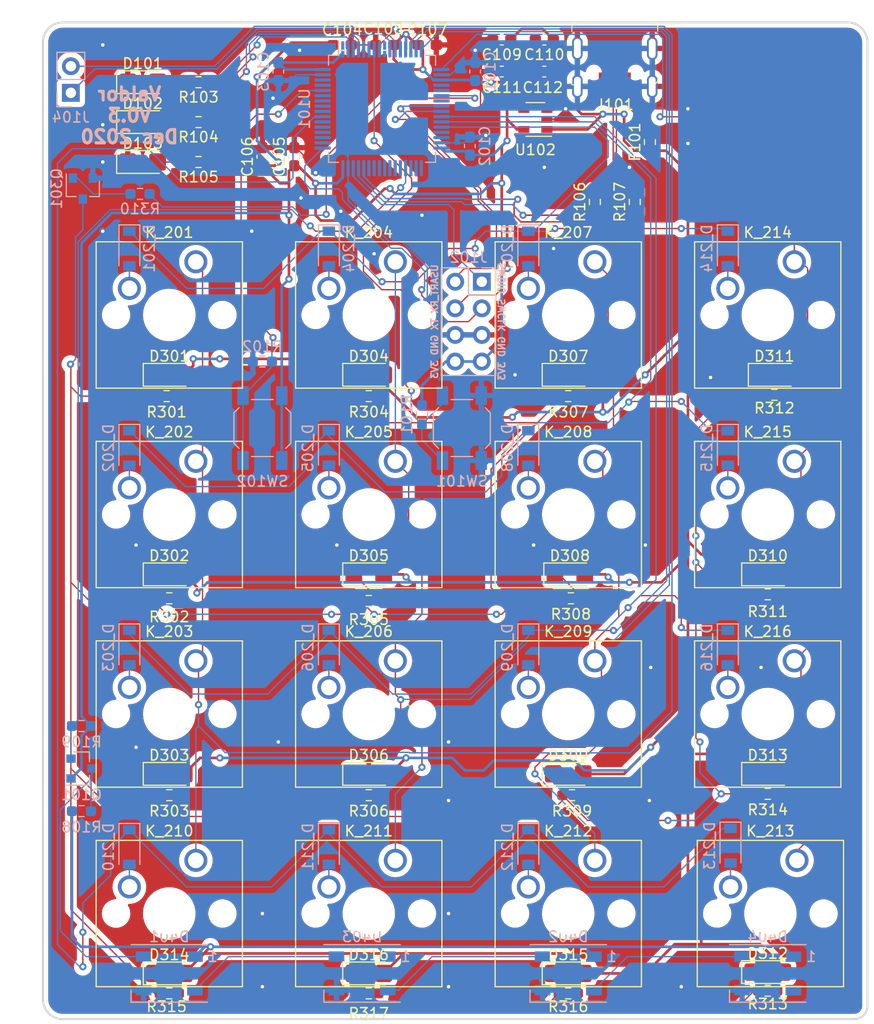
<source format=kicad_pcb>
(kicad_pcb (version 20211014) (generator pcbnew)

  (general
    (thickness 1.6)
  )

  (paper "A4")
  (layers
    (0 "F.Cu" signal)
    (31 "B.Cu" signal)
    (32 "B.Adhes" user "B.Adhesive")
    (33 "F.Adhes" user "F.Adhesive")
    (34 "B.Paste" user)
    (35 "F.Paste" user)
    (36 "B.SilkS" user "B.Silkscreen")
    (37 "F.SilkS" user "F.Silkscreen")
    (38 "B.Mask" user)
    (39 "F.Mask" user)
    (40 "Dwgs.User" user "User.Drawings")
    (41 "Cmts.User" user "User.Comments")
    (42 "Eco1.User" user "User.Eco1")
    (43 "Eco2.User" user "User.Eco2")
    (44 "Edge.Cuts" user)
    (45 "Margin" user)
    (46 "B.CrtYd" user "B.Courtyard")
    (47 "F.CrtYd" user "F.Courtyard")
    (48 "B.Fab" user)
    (49 "F.Fab" user)
  )

  (setup
    (stackup
      (layer "F.SilkS" (type "Top Silk Screen"))
      (layer "F.Paste" (type "Top Solder Paste"))
      (layer "F.Mask" (type "Top Solder Mask") (color "Green") (thickness 0.01))
      (layer "F.Cu" (type "copper") (thickness 0.035))
      (layer "dielectric 1" (type "core") (thickness 1.51) (material "FR4") (epsilon_r 4.5) (loss_tangent 0.02))
      (layer "B.Cu" (type "copper") (thickness 0.035))
      (layer "B.Mask" (type "Bottom Solder Mask") (color "Green") (thickness 0.01))
      (layer "B.Paste" (type "Bottom Solder Paste"))
      (layer "B.SilkS" (type "Bottom Silk Screen"))
      (copper_finish "None")
      (dielectric_constraints no)
    )
    (pad_to_mask_clearance 0)
    (grid_origin 71.75 40)
    (pcbplotparams
      (layerselection 0x00010f0_ffffffff)
      (disableapertmacros false)
      (usegerberextensions true)
      (usegerberattributes true)
      (usegerberadvancedattributes false)
      (creategerberjobfile false)
      (svguseinch false)
      (svgprecision 6)
      (excludeedgelayer true)
      (plotframeref false)
      (viasonmask false)
      (mode 1)
      (useauxorigin true)
      (hpglpennumber 1)
      (hpglpenspeed 20)
      (hpglpendiameter 15.000000)
      (dxfpolygonmode true)
      (dxfimperialunits true)
      (dxfusepcbnewfont true)
      (psnegative false)
      (psa4output false)
      (plotreference true)
      (plotvalue true)
      (plotinvisibletext false)
      (sketchpadsonfab false)
      (subtractmaskfromsilk false)
      (outputformat 1)
      (mirror false)
      (drillshape 0)
      (scaleselection 1)
      (outputdirectory "gerbers2/")
    )
  )

  (net 0 "")
  (net 1 "/row0")
  (net 2 "/row1")
  (net 3 "/col1")
  (net 4 "/col0")
  (net 5 "GND")
  (net 6 "+3V3")
  (net 7 "+5V")
  (net 8 "Net-(D101-Pad2)")
  (net 9 "/D-")
  (net 10 "/D+")
  (net 11 "/Du-")
  (net 12 "/Du+")
  (net 13 "Net-(D102-Pad2)")
  (net 14 "Net-(D103-Pad2)")
  (net 15 "Net-(D301-Pad1)")
  (net 16 "Net-(D302-Pad1)")
  (net 17 "Net-(D303-Pad1)")
  (net 18 "Net-(D304-Pad1)")
  (net 19 "Net-(D305-Pad1)")
  (net 20 "Net-(D306-Pad1)")
  (net 21 "Net-(D307-Pad1)")
  (net 22 "Net-(D308-Pad1)")
  (net 23 "Net-(D309-Pad1)")
  (net 24 "Net-(D401-Pad2)")
  (net 25 "Net-(D402-Pad2)")
  (net 26 "/LED")
  (net 27 "Net-(D402-Pad4)")
  (net 28 "Net-(D_201-Pad2)")
  (net 29 "Net-(D_202-Pad2)")
  (net 30 "Net-(D_203-Pad2)")
  (net 31 "Net-(D_204-Pad2)")
  (net 32 "Net-(D_205-Pad2)")
  (net 33 "Net-(D_206-Pad2)")
  (net 34 "Net-(D_207-Pad2)")
  (net 35 "Net-(D_208-Pad2)")
  (net 36 "Net-(D_209-Pad2)")
  (net 37 "/SWCLK")
  (net 38 "/SWDIO")
  (net 39 "/USART_TX")
  (net 40 "/USART_RX")
  (net 41 "/SPI2_MOSI")
  (net 42 "/SPI2_MISO")
  (net 43 "Net-(Q301-Pad3)")
  (net 44 "Net-(Q301-Pad1)")
  (net 45 "/RGB_5V")
  (net 46 "/RGB_3V3")
  (net 47 "Net-(R103-Pad1)")
  (net 48 "Net-(R104-Pad1)")
  (net 49 "Net-(R105-Pad1)")
  (net 50 "Net-(D310-Pad1)")
  (net 51 "/col2")
  (net 52 "/NRST")
  (net 53 "/BOOT0")
  (net 54 "/row2")
  (net 55 "Net-(D311-Pad1)")
  (net 56 "Net-(D312-Pad1)")
  (net 57 "Net-(D313-Pad1)")
  (net 58 "Net-(D314-Pad1)")
  (net 59 "Net-(D315-Pad1)")
  (net 60 "Net-(D316-Pad1)")
  (net 61 "Net-(D_210-Pad2)")
  (net 62 "/row3")
  (net 63 "Net-(D_211-Pad2)")
  (net 64 "Net-(D_212-Pad2)")
  (net 65 "Net-(D_213-Pad2)")
  (net 66 "Net-(D_214-Pad2)")
  (net 67 "Net-(D_215-Pad2)")
  (net 68 "Net-(D_216-Pad2)")
  (net 69 "Net-(F101-Pad2)")
  (net 70 "/col3")

  (footprint "personal-footprints:USB_Micro_B_Female_BI0001715" (layer "F.Cu") (at 95.245 103.5 180))

  (footprint "Resistor_SMD:R_0603_1608Metric_Pad0.98x0.95mm_HandSolder" (layer "F.Cu") (at 52.446 133.472))

  (footprint "LED_SMD:LED_1206_3216Metric_Castellated" (layer "F.Cu") (at 52.7 131.44))

  (footprint "Resistor_SMD:R_0603_1608Metric_Pad0.98x0.95mm_HandSolder" (layer "F.Cu") (at 52.7 152.776))

  (footprint "Button_Switch_Keyboard:SW_Cherry_MX_1.00u_PCB" (layer "F.Cu") (at 55.24 120.645))

  (footprint "Button_Switch_Keyboard:SW_Cherry_MX_1.00u_PCB" (layer "F.Cu") (at 74.29 120.645))

  (footprint "Button_Switch_Keyboard:SW_Cherry_MX_1.00u_PCB" (layer "F.Cu") (at 93.34 120.645))

  (footprint "Button_Switch_Keyboard:SW_Cherry_MX_1.00u_PCB" (layer "F.Cu") (at 55.24 139.695))

  (footprint "Button_Switch_Keyboard:SW_Cherry_MX_1.00u_PCB" (layer "F.Cu") (at 74.29 139.695))

  (footprint "Button_Switch_Keyboard:SW_Cherry_MX_1.00u_PCB" (layer "F.Cu") (at 93.34 139.695))

  (footprint "Button_Switch_Keyboard:SW_Cherry_MX_1.00u_PCB" (layer "F.Cu") (at 55.24 158.745))

  (footprint "Button_Switch_Keyboard:SW_Cherry_MX_1.00u_PCB" (layer "F.Cu") (at 74.29 158.745))

  (footprint "Button_Switch_Keyboard:SW_Cherry_MX_1.00u_PCB" (layer "F.Cu") (at 93.34 158.745))

  (footprint "Capacitor_SMD:C_0603_1608Metric_Pad1.08x0.95mm_HandSolder" (layer "F.Cu") (at 69.21 99.944))

  (footprint "LED_SMD:LED_1206_3216Metric_Castellated" (layer "F.Cu") (at 52.7 188.59))

  (footprint "Button_Switch_Keyboard:SW_Cherry_MX_1.00u_PCB" (layer "F.Cu") (at 112.39 139.695))

  (footprint "Resistor_SMD:R_0603_1608Metric_Pad0.98x0.95mm_HandSolder" (layer "F.Cu") (at 55.494 107.31 180))

  (footprint "Resistor_SMD:R_0603_1608Metric_Pad0.98x0.95mm_HandSolder" (layer "F.Cu") (at 90.8 133.472))

  (footprint "LED_SMD:LED_1206_3216Metric_Castellated" (layer "F.Cu") (at 71.75 131.44))

  (footprint "Button_Switch_Keyboard:SW_Cherry_MX_1.00u_PCB" (layer "F.Cu") (at 112.644 177.795))

  (footprint "LED_SMD:LED_1206_3216Metric_Castellated" (layer "F.Cu") (at 50.16 111.12))

  (footprint "LED_SMD:LED_1206_3216Metric_Castellated" (layer "F.Cu") (at 71.75 169.54))

  (footprint "Capacitor_SMD:C_0603_1608Metric_Pad1.08x0.95mm_HandSolder" (layer "F.Cu") (at 88.514 99.436 180))

  (footprint "Package_TO_SOT_SMD:SOT-23-5" (layer "F.Cu") (at 87.659202 107.056 180))

  (footprint "Resistor_SMD:R_0603_1608Metric_Pad0.98x0.95mm_HandSolder" (layer "F.Cu") (at 91.1575 171.572))

  (footprint "Button_Switch_Keyboard:SW_Cherry_MX_1.00u_PCB" (layer "F.Cu") (at 112.39 158.745))

  (footprint "Resistor_SMD:R_0603_1608Metric_Pad0.98x0.95mm_HandSolder" (layer "F.Cu") (at 55.494 103.5 180))

  (footprint "LED_SMD:LED_1206_3216Metric_Castellated" (layer "F.Cu") (at 109.85 169.54))

  (footprint "Resistor_SMD:R_0603_1608Metric_Pad0.98x0.95mm_HandSolder" (layer "F.Cu") (at 52.7 171.572))

  (footprint "Resistor_SMD:R_0603_1608Metric_Pad0.98x0.95mm_HandSolder" (layer "F.Cu") (at 109.85 190.241))

  (footprint "LED_SMD:LED_1206_3216Metric_Castellated" (layer "F.Cu") (at 50.16 103.5))

  (footprint "LED_SMD:LED_1206_3216Metric_Castellated" (layer "F.Cu") (at 52.7 150.49))

  (footprint "Button_Switch_Keyboard:SW_Cherry_MX_1.00u_PCB" (layer "F.Cu") (at 74.29 177.795))

  (footprint "Resistor_SMD:R_0603_1608Metric_Pad0.98x0.95mm_HandSolder" (layer "F.Cu") (at 97.15 114.93 90))

  (footprint "Resistor_SMD:R_0603_1608Metric_Pad0.98x0.95mm_HandSolder" (layer "F.Cu") (at 71.75 171.572))

  (footprint "LED_SMD:LED_1206_3216Metric_Castellated" (layer "F.Cu") (at 50.16 107.31))

  (footprint "Capacitor_SMD:C_0603_1608Metric_Pad1.08x0.95mm_HandSolder" (layer "F.Cu") (at 64.638 110.612 90))

  (footprint "LED_SMD:LED_1206_3216Metric_Castellated" (layer "F.Cu") (at 71.75 150.49))

  (footprint "Capacitor_SMD:C_0603_1608Metric_Pad1.08x0.95mm_HandSolder" (layer "F.Cu") (at 84.45 99.436 180))

  (footprint "LED_SMD:LED_1206_3216Metric_Castellated" (layer "F.Cu") (at 90.8 188.59))

  (footprint "Capacitor_SMD:C_0603_1608Metric_Pad1.08x0.95mm_HandSolder" (layer "F.Cu") (at 73.274 99.944 180))

  (footprint "Resistor_SMD:R_0603_1608Metric_Pad0.98x0.95mm_HandSolder" (layer "F.Cu") (at 52.7 190.495))

  (footprint "Resistor_SMD:R_0603_1608Metric_Pad0.98x0.95mm_HandSolder" (layer "F.Cu") (at 71.75 153.03))

  (footprint "Button_Switch_Keyboard:SW_Cherry_MX_1.00u_PCB" (layer "F.Cu") (at 93.34 177.795))

  (footprint "Resistor_SMD:R_0603_1608Metric_Pad0.98x0.95mm_HandSolder" (layer "F.Cu") (at 109.85 171.445))

  (footprint "LED_SMD:LED_1206_3216Metric_Castellated" (layer "F.Cu") (at 71.75 188.59))

  (footprint "Resistor_SMD:R_0603_1608Metric" (layer "F.Cu") (at 98.597102 109.215 90))

  (footprint "LED_SMD:LED_1206_3216Metric_Castellated" (layer "F.Cu") (at 52.7 169.54))

  (footprint "LED_SMD:LED_1206_3216Metric_Castellated" (layer "F.Cu") (at 110.485 131.44))

  (footprint "Resistor_SMD:R_0603_1608Metric_Pad0.98x0.95mm_HandSolder" (layer "F.Cu") (at 93.34 114.93 90))

  (footprint "LED_SMD:LED_1206_3216Metric_Castellated" (layer "F.Cu") (at 90.955 150.49))

  (footprint "Resistor_SMD:R_0603_1608Metric_Pad0.98x0.95mm_HandSolder" (layer "F.Cu") (at 90.8 190.495))

  (footprint "Capacitor_SMD:C_0603_1608Metric_Pad1.08x0.95mm_HandSolder" (layer "F.Cu") (at 88.514 102.484))

  (footprint "Resistor_SMD:R_0603_1608Metric_Pad0.98x0.95mm_HandSolder" (layer "F.Cu") (at 71.75 190.495))

  (footprint "Resistor_SMD:R_0603_1608Metric_Pad0.98x0.95mm_HandSolder" (layer "F.Cu") (at 71.75 133.472))

  (footprint "Resistor_SMD:R_0603_1608Metric_Pad0.98x0.95mm_HandSolder" (layer "F.Cu") (at 109.85 152.395))

  (footprint "Button_Switch_Keyboard:SW_Cherry_MX_1.00u_PCB" (layer "F.Cu") (at 112.39 120.645))

  (footprint "Resistor_SMD:R_0603_1608Metric_Pad0.98x0.95mm_HandSolder" locked (layer "F.Cu")
    (tedit 5F68FEEE) (tstamp d4691977-f720-4424-b69c-f6d885094ad5)
    (at 91.054 152.776)
    (descr "Resistor SMD 0603 (1608 Metric), square (rectangular) end terminal, IPC_7351 nominal with elongated pad for handsoldering. (Body size source: IPC-SM-782 page 72, https://www.pcb-3d.com/wordpress/wp-content/uploads/ipc-sm-782a_amendment_1_and_2.pdf), generated with kicad-footprint-generator")
    (
... [1468826 chars truncated]
</source>
